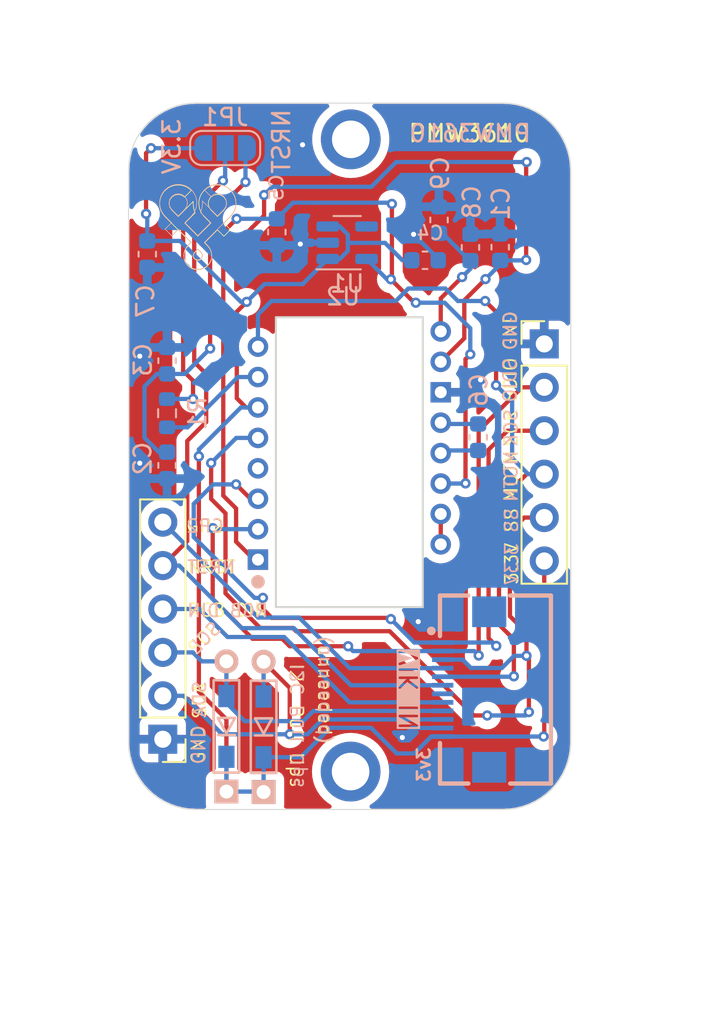
<source format=kicad_pcb>
(kicad_pcb (version 20221018) (generator pcbnew)
  (layers (0 "F.Cu" signal) (31 "B.Cu" signal) (34 "B.Paste" user) (35 "F.Paste" user) (36 "B.SilkS" user "B.Silkscreen") (37 "F.SilkS" user "F.Silkscreen") (38 "B.Mask" user) (39 "F.Mask" user) (44 "Edge.Cuts" user))
  (net 0 "")
  (net 1 "GND")
  (net 2 "Net-(U2-+VCSEL)")
  (net 3 "VDD_1V9")
  (net 4 "VDD_3.3V")
  (net 5 "Net-(U2-CN)")
  (net 6 "Net-(U2-CP)")
  (net 7 "Net-(U2-VCP)")
  (net 8 "Net-(J2-Pin_6)")
  (net 9 "SDIO")
  (net 10 "SCLK")
  (net 11 "MOTION")
  (net 12 "NCS")
  (net 14 "NRESET")
  (net 15 "Net-(JP1-C)")
  (net 16 "Net-(U2-NRESET)")
  (net 19 "Net-(U2--VCSEL)")
  (net 20 "SDA")
  (net 21 "SCL")
  (net 22 "RGB_DO")
  (footprint "Connector_PinHeader_2.54mm:PinHeader_1x06_P2.54mm_Vertical" (layer "F.Cu") (at 145.868 115.36 180)
    (fp_text reference "J2" hide)
    (fp_text value "Conn_01x06_Female")
    (pad "1" thru_hole rect (at 0 0 180) (size 1.7 1.7) (drill 1) (layers "*.Cu" "*.Mask") (net 1 "GND"))
    (pad "2" thru_hole oval (at 0 2.54 180) (size 1.7 1.7) (drill 1) (layers "*.Cu" "*.Mask") (net 20 "SDA"))
    (pad "3" thru_hole oval (at 0 5.08 180) (size 1.7 1.7) (drill 1) (layers "*.Cu" "*.Mask") (net 21 "SCL"))
    (pad "4" thru_hole oval (at 0 7.62 180) (size 1.7 1.7) (drill 1) (layers "*.Cu" "*.Mask") (net 22 "RGB_DO"))
    (pad "5" thru_hole oval (at 0 10.16 180) (size 1.7 1.7) (drill 1) (layers "*.Cu" "*.Mask") (net 14 "NRESET"))
    (pad "6" thru_hole oval (at 0 12.7 180) (size 1.7 1.7) (drill 1) (layers "*.Cu" "*.Mask") (net 8 "Net-(J2-Pin_6)"))
  )
  (footprint "MountingHole:MountingHole_2.2mm_M2_ISO7380_Pad" (layer "F.Cu") (at 156.861 117.251999 90)
    (fp_text reference "REF**" hide)
    (fp_text value "MountingHole_2.2mm_M2_ISO7380_Pad")
    (pad "1" thru_hole circle (at 0 0 90) (size 3.5 3.5) (drill 2.2) (layers "*.Cu" "*.Mask"))
  )
  (footprint "local:fingerpunch-logo-small" (layer "F.Cu") (at 147.917194 85.212271)
    (fp_text reference "REF**")
    (fp_text value "fingerpunch-logo-small")
  )
  (footprint "MountingHole:MountingHole_2.2mm_M2_ISO7380_Pad" (layer "F.Cu") (at 156.871 80.261999)
    (fp_text reference "REF**" hide)
    (fp_text value "MountingHole_2.2mm_M2_ISO7380_Pad")
    (pad "1" thru_hole circle (at 0 0) (size 3.5 3.5) (drill 2.2) (layers "*.Cu" "*.Mask"))
  )
  (footprint "Connector_PinHeader_2.54mm:PinHeader_1x06_P2.54mm_Vertical" (layer "F.Cu") (at 168.198 92.23)
    (fp_text reference "J3" hide)
    (fp_text value "Conn_01x06_Female")
    (pad "1" thru_hole rect (at 0 0) (size 1.7 1.7) (drill 1) (layers "*.Cu" "*.Mask") (net 1 "GND"))
    (pad "2" thru_hole oval (at 0 2.54) (size 1.7 1.7) (drill 1) (layers "*.Cu" "*.Mask") (net 9 "SDIO"))
    (pad "3" thru_hole oval (at 0 5.08) (size 1.7 1.7) (drill 1) (layers "*.Cu" "*.Mask") (net 10 "SCLK"))
    (pad "4" thru_hole oval (at 0 7.62) (size 1.7 1.7) (drill 1) (layers "*.Cu" "*.Mask") (net 11 "MOTION"))
    (pad "5" thru_hole oval (at 0 10.16) (size 1.7 1.7) (drill 1) (layers "*.Cu" "*.Mask") (net 12 "NCS"))
    (pad "6" thru_hole oval (at 0 12.7) (size 1.7 1.7) (drill 1) (layers "*.Cu" "*.Mask") (net 4 "VDD_3.3V"))
  )
  (footprint "Package_TO_SOT_SMD:SOT-23-5" (layer "B.Cu") (at 156.6605 86.31)
    (fp_text reference "U1" (at 0 2.4) (layer "B.SilkS") (effects (justify mirror)))
    (fp_text value "TCR2EF19")
    (pad "1" smd roundrect (at -1.1375 0.95) (size 1.325 0.6) (layers "B.Cu" "B.Paste" "B.Mask") (net 4 "VDD_3.3V"))
    (pad "2" smd roundrect (at -1.1375 0) (size 1.325 0.6) (layers "B.Cu" "B.Paste" "B.Mask") (net 1 "GND"))
    (pad "3" smd roundrect (at -1.1375 -0.95) (size 1.325 0.6) (layers "B.Cu" "B.Paste" "B.Mask") (net 4 "VDD_3.3V"))
    (pad "4" smd roundrect (at 1.1375 -0.95) (size 1.325 0.6) (layers "B.Cu" "B.Paste" "B.Mask"))
    (pad "5" smd roundrect (at 1.1375 0.95) (size 1.325 0.6) (layers "B.Cu" "B.Paste" "B.Mask") (net 3 "VDD_1V9"))
  )
  (footprint "Capacitor_SMD:C_0603_1608Metric" (layer "B.Cu") (at 146.117194 93.212271 90)
    (fp_text reference "C3" (at 0.052271 -1.409194 90) (layer "B.SilkS") (effects (justify mirror)))
    (fp_text value "4.7uF")
    (pad "1" smd roundrect (at -0.775 0 90) (size 0.9 0.95) (layers "B.Cu" "B.Paste" "B.Mask") (net 3 "VDD_1V9"))
    (pad "2" smd roundrect (at 0.775 0 90) (size 0.9 0.95) (layers "B.Cu" "B.Paste" "B.Mask") (net 1 "GND"))
  )
  (footprint "Capacitor_SMD:C_0603_1608Metric" (layer "B.Cu") (at 146.117194 99.337271 -90)
    (fp_text reference "C2" (at -0.397271 1.429194 90) (layer "B.SilkS") (effects (justify mirror)))
    (fp_text value "4.7uF")
    (pad "1" smd roundrect (at -0.775 0 270) (size 0.9 0.95) (layers "B.Cu" "B.Paste" "B.Mask") (net 3 "VDD_1V9"))
    (pad "2" smd roundrect (at 0.775 0 270) (size 0.9 0.95) (layers "B.Cu" "B.Paste" "B.Mask") (net 1 "GND"))
  )
  (footprint "Capacitor_SMD:C_0603_1608Metric" (layer "B.Cu") (at 144.958 86.98 -90)
    (fp_text reference "C7" (at 2.748 0.102 90) (layer "B.SilkS") (effects (justify mirror)))
    (fp_text value "4.7uF")
    (pad "1" smd roundrect (at -0.775 0 270) (size 0.9 0.95) (layers "B.Cu" "B.Paste" "B.Mask") (net 4 "VDD_3.3V"))
    (pad "2" smd roundrect (at 0.775 0 270) (size 0.9 0.95) (layers "B.Cu" "B.Paste" "B.Mask") (net 1 "GND"))
  )
  (footprint "local:fingerpunch-logo-small" (layer "B.Cu") (at 147.917194 85.182271 180)
    (fp_text reference "REF**")
    (fp_text value "fingerpunch-logo-small")
  )
  (footprint "local:PMW3610" (layer "B.Cu") (at 151.438 104.85)
    (fp_text reference "U2" (at 4.984 -15.39) (layer "B.SilkS") (effects (justify mirror)))
    (fp_text value "PMW3610")
    (fp_line (start 1.05 -14.18) (end 9.65 -14.18) (stroke (width 0.12)) (layer "Edge.Cuts"))
    (fp_line (start 1.05 2.78) (end 1.05 -14.18) (stroke (width 0.12)) (layer "Edge.Cuts"))
    (fp_line (start 1.05 2.78) (end 9.65 2.78) (stroke (width 0.12)) (layer "Edge.Cuts"))
    (fp_line (start 9.65 2.78) (end 9.65 -14.18) (stroke (width 0.12)) (layer "Edge.Cuts"))
    (pad "1" thru_hole rect (at 0 0) (size 1.2 1.2) (drill 0.7) (layers "*.Cu" "*.Mask") (net 2 "Net-(U2-+VCSEL)"))
    (pad "2" thru_hole circle (at 0 -1.78) (size 1.2 1.2) (drill 0.7) (layers "*.Cu" "*.Mask") (net 9 "SDIO"))
    (pad "3" thru_hole circle (at 0 -3.56) (size 1.2 1.2) (drill 0.7) (layers "*.Cu" "*.Mask") (net 10 "SCLK"))
    (pad "4" thru_hole circle (at 0 -5.34) (size 1.2 1.2) (drill 0.7) (layers "*.Cu" "*.Mask"))
    (pad "5" thru_hole circle (at 0 -7.12) (size 1.2 1.2) (drill 0.7) (layers "*.Cu" "*.Mask") (net 12 "NCS"))
    (pad "6" thru_hole circle (at 0 -8.9) (size 1.2 1.2) (drill 0.7) (layers "*.Cu" "*.Mask") (net 4 "VDD_3.3V"))
    (pad "7" thru_hole circle (at 0 -10.68) (size 1.2 1.2) (drill 0.7) (layers "*.Cu" "*.Mask") (net 16 "Net-(U2-NRESET)"))
    (pad "8" thru_hole circle (at 0 -12.46) (size 1.2 1.2) (drill 0.7) (layers "*.Cu" "*.Mask") (net 11 "MOTION"))
    (pad "9" thru_hole circle (at 10.7 -13.35) (size 1.2 1.2) (drill 0.7) (layers "*.Cu" "*.Mask") (net 7 "Net-(U2-VCP)"))
    (pad "10" thru_hole circle (at 10.7 -11.57) (size 1.2 1.2) (drill 0.7) (layers "*.Cu" "*.Mask") (net 2 "Net-(U2-+VCSEL)"))
    (pad "11" thru_hole rect (at 10.7 -9.79) (size 1.2 1.2) (drill 0.7) (layers "*.Cu" "*.Mask") (net 1 "GND"))
    (pad "12" thru_hole circle (at 10.7 -8.01) (size 1.2 1.2) (drill 0.7) (layers "*.Cu" "*.Mask") (net 6 "Net-(U2-CP)"))
    (pad "13" thru_hole circle (at 10.7 -6.23) (size 1.2 1.2) (drill 0.7) (layers "*.Cu" "*.Mask") (net 5 "Net-(U2-CN)"))
    (pad "14" thru_hole circle (at 10.7 -4.45) (size 1.2 1.2) (drill 0.7) (layers "*.Cu" "*.Mask") (net 3 "VDD_1V9"))
    (pad "15" thru_hole circle (at 10.7 -2.67) (size 1.2 1.2) (drill 0.7) (layers "*.Cu" "*.Mask") (net 19 "Net-(U2--VCSEL)"))
    (pad "16" thru_hole circle (at 10.7 -0.89) (size 1.2 1.2) (drill 0.7) (layers "*.Cu" "*.Mask") (net 19 "Net-(U2--VCSEL)"))
  )
  (footprint "Capacitor_SMD:C_0603_1608Metric" (layer "B.Cu") (at 165.618 86.57 90)
    (fp_text reference "C1" (at 2.54 0.04 90) (layer "B.SilkS") (effects (justify mirror)))
    (fp_text value "4.7uF")
    (pad "1" smd roundrect (at -0.775 0 90) (size 0.9 0.95) (layers "B.Cu" "B.Paste" "B.Mask") (net 2 "Net-(U2-+VCSEL)"))
    (pad "2" smd roundrect (at 0.775 0 90) (size 0.9 0.95) (layers "B.Cu" "B.Paste" "B.Mask") (net 1 "GND"))
  )
  (footprint "Capacitor_SMD:C_0603_1608Metric" (layer "B.Cu") (at 163.878 86.585 90)
    (fp_text reference "C8" (at 2.655 0.08 90) (layer "B.SilkS") (effects (justify mirror)))
    (fp_text value "4.7uF")
    (pad "1" smd roundrect (at -0.775 0 90) (size 0.9 0.95) (layers "B.Cu" "B.Paste" "B.Mask") (net 7 "Net-(U2-VCP)"))
    (pad "2" smd roundrect (at 0.775 0 90) (size 0.9 0.95) (layers "B.Cu" "B.Paste" "B.Mask") (net 1 "GND"))
  )
  (footprint "local:D3_TH_SMD" (layer "B.Cu") (at 149.592194 114.612271 90)
    (fp_text reference "R2" hide)
    (fp_text value "4.7k" hide)
    (pad "1" thru_hole rect (at -3.81 0 90) (size 1.397 1.397) (drill 0.8128) (layers "*.Cu" "*.Mask" "B.SilkS") (net 4 "VDD_3.3V"))
    (pad "1" smd rect (at -1.775 0 90) (size 1.3 0.95) (layers "B.Cu" "B.Paste" "B.Mask") (net 4 "VDD_3.3V"))
    (pad "2" smd rect (at 1.775 0 90) (size 1.3 0.95) (layers "B.Cu" "B.Paste" "B.Mask") (net 21 "SCL"))
    (pad "2" thru_hole circle (at 3.81 0 90) (size 1.397 1.397) (drill 0.8128) (layers "*.Cu" "*.Mask" "B.SilkS") (net 21 "SCL"))
  )
  (footprint "vik:vik-module-connector-horizontal" (layer "B.Cu") (at 164.292194 112.452271 -90)
    (fp_text reference "J4" hide)
    (fp_text value "~")
    (fp_text user "3v3" (at 3.3 2.7 90 unlocked) (layer "B.SilkS") (effects (font (size 0.75 0.75)) (justify left bottom mirror)))
    (fp_text user "VIK IN" (at -2.36 3.42 90 unlocked) (layer "B.SilkS" knockout) (effects (justify left bottom mirror)))
    (pad "1" smd rect (at -2.75 2.038 270) (size 0.28 1.25) (layers "B.Cu" "B.Paste" "B.Mask") (net 10 "SCLK"))
    (pad "2" smd rect (at -2.25 2.038 270) (size 0.28 1.25) (layers "B.Cu" "B.Paste" "B.Mask") (net 9 "SDIO"))
    (pad "3" smd rect (at -1.75 2.038 270) (size 0.28 1.25) (layers "B.Cu" "B.Paste" "B.Mask") (net 12 "NCS"))
    (pad "4" smd rect (at -1.25 2.038 270) (size 0.28 1.25) (layers "B.Cu" "B.Paste" "B.Mask") (net 8 "Net-(J2-Pin_6)"))
    (pad "5" smd rect (at -0.75 2.038 270) (size 0.28 1.25) (layers "B.Cu" "B.Paste" "B.Mask") (net 11 "MOTION"))
    (pad "6" smd rect (at -0.25 2.038 270) (size 0.28 1.25) (layers "B.Cu" "B.Paste" "B.Mask") (net 14 "NRESET"))
    (pad "7" smd rect (at 0.25 2.038 270) (size 0.28 1.25) (layers "B.Cu" "B.Paste" "B.Mask"))
    (pad "8" smd rect (at 0.75 2.038 270) (size 0.28 1.25) (layers "B.Cu" "B.Paste" "B.Mask") (net 22 "RGB_DO"))
    (pad "9" smd rect (at 1.25 2.038 270) (size 0.28 1.25) (layers "B.Cu" "B.Paste" "B.Mask") (net 21 "SCL"))
    (pad "10" smd rect (at 1.75 2.038 270) (size 0.28 1.25) (layers "B.Cu" "B.Paste" "B.Mask") (net 20 "SDA"))
    (pad "11" smd rect (at 2.25 2.038 270) (size 0.28 1.25) (layers "B.Cu" "B.Paste" "B.Mask") (net 1 "GND"))
    (pad "12" smd rect (at 2.75 2.038 270) (size 0.28 1.25) (layers "B.Cu" "B.Paste" "B.Mask") (net 4 "VDD_3.3V"))
    (pad "13" smd rect (at 4.55 -0.686 270) (size 1.8 2) (layers "B.Cu" "B.Paste" "B.Mask"))
    (pad "14" smd rect (at -4.55 -0.686 270) (size 1.8 2) (layers "B.Cu" "B.Paste" "B.Mask"))
  )
  (footprint "Capacitor_SMD:C_0603_1608Metric" (layer "B.Cu") (at 161.217194 87.337271 180)
    (fp_text reference "C4" (at -0.303 1.596) (layer "B.SilkS") (effects (font (size 0.8 0.8) (thickness 0.13)) (justify mirror)))
    (fp_text value "0.1u" hide)
    (pad "1" smd roundrect (at -0.775 0 180) (size 0.9 0.95) (layers "B.Cu" "B.Paste" "B.Mask") (net 1 "GND"))
    (pad "2" smd roundrect (at 0.775 0 180) (size 0.9 0.95) (layers "B.Cu" "B.Paste" "B.Mask") (net 4 "VDD_3.3V"))
  )
  (footprint "Capacitor_SMD:C_0603_1608Metric" (layer "B.Cu") (at 164.328 97.69 90)
    (fp_text reference "C6" (at 2.76 0.03 90) (layer "B.SilkS") (effects (justify mirror)))
    (fp_text value "4.7uF")
    (pad "1" smd roundrect (at -0.775 0 90) (size 0.9 0.95) (layers "B.Cu" "B.Paste" "B.Mask") (net 5 "Net-(U2-CN)"))
    (pad "2" smd roundrect (at 0.775 0 90) (size 0.9 0.95) (layers "B.Cu" "B.Paste" "B.Mask") (net 6 "Net-(U2-CP)"))
  )
  (footprint "Capacitor_SMD:C_0603_1608Metric" (layer "B.Cu") (at 162.038 84.98 90)
    (fp_text reference "C9" (at 2.74 0.07 90) (layer "B.SilkS") (effects (justify mirror)))
    (fp_text value "4.7uF")
    (pad "1" smd roundrect (at -0.775 0 90) (size 0.9 0.95) (layers "B.Cu" "B.Paste" "B.Mask") (net 7 "Net-(U2-VCP)"))
    (pad "2" smd roundrect (at 0.775 0 90) (size 0.9 0.95) (layers "B.Cu" "B.Paste" "B.Mask") (net 1 "GND"))
  )
  (footprint "Jumper:SolderJumper-3_P1.3mm_Open_RoundedPad1.0x1.5mm_NumberLabels" (layer "B.Cu") (at 149.518 80.77 180)
    (fp_text reference "JP1" (at 0 1.8) (layer "B.SilkS") (effects (justify mirror)))
    (fp_text value "SolderJumper_3_Open")
    (fp_text user "3.3V" (at 3.13 0.09 90) (layer "B.SilkS") (effects (justify mirror)))
    (fp_text user "NRST" (at -3.29 0.39 90) (layer "B.SilkS") (effects (justify mirror)))
    (pad "1" smd custom (at -1.3 0 180) (size 1 0.5) (layers "B.Cu" "B.Mask") (net 14 "NRESET") (options (clearance outline) (anchor rect)) (primitives (gr_circle (center 0 -0.25) (end 0.5 -0.25) (width 0) (fill yes)) (gr_circle (center 0 0.25) (end 0.5 0.25) (width 0) (fill yes)) (gr_poly (pts (xy 0.55 -0.75) (xy 0 -0.75) (xy 0 0.75) (xy 0.55 0.75)) (width 0) (fill yes))))
    (pad "2" smd rect (at 0 0 180) (size 1 1.5) (layers "B.Cu" "B.Mask") (net 15 "Net-(JP1-C)"))
    (pad "3" smd custom (at 1.3 0 180) (size 1 0.5) (layers "B.Cu" "B.Mask") (net 4 "VDD_3.3V") (options (clearance outline) (anchor rect)) (primitives (gr_circle (center 0 -0.25) (end 0.5 -0.25) (width 0) (fill yes)) (gr_circle (center 0 0.25) (end 0.5 0.25) (width 0) (fill yes)) (gr_poly (pts (xy 0 -0.75) (xy -0.55 -0.75) (xy -0.55 0.75) (xy 0 0.75)) (width 0) (fill yes))))
  )
  (footprint "Resistor_SMD:R_0603_1608Metric" (layer "B.Cu") (at 146.117194 96.287271 90)
    (fp_text reference "R1" (at 0 1.78 90) (layer "B.SilkS") (effects (justify mirror)))
    (fp_text value "2M" hide)
    (pad "1" smd roundrect (at -0.825 0 90) (size 0.8 0.95) (layers "B.Cu" "B.Paste" "B.Mask") (net 16 "Net-(U2-NRESET)"))
    (pad "2" smd roundrect (at 0.825 0 90) (size 0.8 0.95) (layers "B.Cu" "B.Paste" "B.Mask") (net 15 "Net-(JP1-C)"))
  )
  (footprint "Capacitor_SMD:C_0603_1608Metric" (layer "B.Cu") (at 152.542194 85.687271 -90)
    (fp_text reference "C5" (at -2.6 0.02 90) (layer "B.SilkS") (effects (font (size 0.8 0.8) (thickness 0.13)) (justify mirror)))
    (fp_text value "1u" hide)
    (pad "1" smd roundrect (at -0.775 0 270) (size 0.9 0.95) (layers "B.Cu" "B.Paste" "B.Mask") (net 3 "VDD_1V9"))
    (pad "2" smd roundrect (at 0.775 0 270) (size 0.9 0.95) (layers "B.Cu" "B.Paste" "B.Mask") (net 1 "GND"))
  )
  (footprint "local:D3_TH_SMD" (layer "B.Cu") (at 151.767194 114.637271 90)
    (fp_text reference "R3" hide)
    (fp_text value "4.7k" hide)
    (pad "1" thru_hole rect (at -3.81 0 90) (size 1.397 1.397) (drill 0.8128) (layers "*.Cu" "*.Mask" "B.SilkS") (net 4 "VDD_3.3V"))
    (pad "1" smd rect (at -1.775 0 90) (size 1.3 0.95) (layers "B.Cu" "B.Paste" "B.Mask") (net 4 "VDD_3.3V"))
    (pad "2" smd rect (at 1.775 0 90) (size 1.3 0.95) (layers "B.Cu" "B.Paste" "B.Mask") (net 20 "SDA"))
    (pad "2" thru_hole circle (at 3.81 0 90) (size 1.397 1.397) (drill 0.8128) (layers "*.Cu" "*.Mask" "B.SilkS") (net 20 "SDA"))
  )
  (gr_arc (start 165.812194 78.142271) (mid 168.598183 79.296282) (end 169.752194 82.082271) (stroke (width 0.05)) (layer "Edge.Cuts"))
  (gr_line (start 143.862194 82.082271) (end 143.862194 115.532271) (stroke (width 0.05)) (layer "Edge.Cuts"))
  (gr_arc (start 143.862194 82.082271) (mid 145.016194 79.296271) (end 147.802194 78.142271) (stroke (width 0.05)) (layer "Edge.Cuts"))
  (gr_arc (start 147.802194 119.472271) (mid 145.016182 118.318283) (end 143.862194 115.532271) (stroke (width 0.05)) (layer "Edge.Cuts"))
  (gr_line (start 169.752194 115.532271) (end 169.752194 82.082271) (stroke (width 0.05)) (layer "Edge.Cuts"))
  (gr_line (start 165.812194 78.142271) (end 147.802194 78.142271) (stroke (width 0.05)) (layer "Edge.Cuts"))
  (gr_line (start 147.802194 119.472271) (end 165.812194 119.472271) (stroke (width 0.05)) (layer "Edge.Cuts"))
  (gr_arc (start 169.752194 115.532271) (mid 168.598208 118.318285) (end 165.812194 119.472271) (stroke (width 0.05)) (layer "Edge.Cuts"))
  (gr_text "SCK" (at 166.252194 97.154271 90) (layer "B.SilkS") (effects (font (size 0.75 0.75) (thickness 0.1)) (justify mirror)))
  (gr_text "RGB DIN" (at 149.667194 107.837271) (layer "B.SilkS") (effects (font (size 0.75 0.75) (thickness 0.1)) (justify mirror)))
  (gr_text "SS" (at 166.282194 102.564271 90) (layer "B.SilkS") (effects (font (size 0.75 0.75) (thickness 0.1)) (justify mirror)))
  (gr_text "SDIO" (at 166.187194 94.347271 90) (layer "B.SilkS") (effects (font (size 0.75 0.75) (thickness 0.1)) (justify mirror)))
  (gr_text "SCL" (at 148.342194 109.412271 45) (layer "B.SilkS") (effects (font (size 0.75 0.75) (thickness 0.1)) (justify mirror)))
  (gr_text "GP2" (at 148.342194 102.887271) (layer "B.SilkS") (effects (font (size 0.75 0.75) (thickness 0.1)) (justify mirror)))
  (gr_text "NRST" (at 148.708 105.29) (layer "B.SilkS") (effects (font (size 0.75 0.75) (thickness 0.1)) (justify mirror)))
  (gr_text "SDA" (at 148.017194 113.012271 90) (layer "B.SilkS") (effects (font (size 0.75 0.75) (thickness 0.1)) (justify mirror)))
  (gr_text "MOTN" (at 166.252194 99.982271 90) (layer "B.SilkS") (effects (font (size 0.75 0.75) (thickness 0.1)) (justify mirror)))
  (gr_text "GND" (at 166.222194 91.442271 90) (layer "B.SilkS") (effects (font (size 0.75 0.75) (thickness 0.1)) (justify mirror)))
  (gr_text "3.3V" (at 166.292194 105.109271 90) (layer "B.SilkS") (effects (font (size 0.75 0.75) (thickness 0.1)) (justify mirror)))
  (gr_text "I2C Pull Ups" (at 153.742194 114.587271 90) (layer "B.SilkS") (effects (font (size 0.75 0.75) (thickness 0.1)) (justify mirror)))
  (gr_text "PMW3610" (at 167.508 80.5) (layer "B.SilkS") (effects (font (size 1 1)) (justify left bottom mirror)))
  (gr_text "(unneeded)" (at 155.242194 112.462271 -270) (layer "B.SilkS") (effects (font (size 0.75 0.75) (thickness 0.1)) (justify mirror)))
  (gr_text "GND" (at 147.917194 115.687271 -90) (layer "B.SilkS") (effects (font (size 0.75 0.75) (thickness 0.1)) (justify mirror)))
  (gr_text "RGB DIN" (at 149.642194 107.812271) (layer "F.SilkS") (effects (font (size 0.75 0.75) (thickness 0.1))))
  (gr_text "NRST" (at 148.738 105.29) (layer "F.SilkS") (effects (font (size 0.75 0.75) (thickness 0.1))))
  (gr_text "GP2" (at 148.342194 102.887271) (layer "F.SilkS") (effects (font (size 0.75 0.75) (thickness 0.1))))
  (gr_text "GND" (at 166.202194 91.462271 90) (layer "F.SilkS") (effects (font (size 0.75 0.75) (thickness 0.1))))
  (gr_text "SCK" (at 166.252194 97.132271 90) (layer "F.SilkS") (effects (font (size 0.75 0.75) (thickness 0.1))))
  (gr_text "SS" (at 166.282194 102.542271 90) (layer "F.SilkS") (effects (font (size 0.75 0.75) (thickness 0.1))))
  (gr_text "I2C Pull Ups" (at 153.692194 114.562271 -90) (layer "F.SilkS") (effects (font (size 0.75 0.75) (thickness 0.1))))
  (gr_text "(unneeded)" (at 155.342194 112.487271 270) (layer "F.SilkS") (effects (font (size 0.75 0.75) (thickness 0.1))))
  (gr_text "PMW3610" (at 160.168 80.5) (layer "F.SilkS") (effects (font (size 1 1)) (justify left bottom)))
  (gr_text "3.3V" (at 166.292194 105.087271 90) (layer "F.SilkS") (effects (font (size 0.75 0.75) (thickness 0.1))))
  (gr_text "SCL" (at 148.267194 109.487271 45) (layer "F.SilkS") (effects (font (size 0.75 0.75) (thickness 0.1))))
  (gr_text "SDIO" (at 166.217194 94.337271 90) (layer "F.SilkS") (effects (font (size 0.75 0.75) (thickness 0.1))))
  (gr_text "MOTN" (at 166.252194 99.960271 90) (layer "F.SilkS") (effects (font (size 0.75 0.75) (thickness 0.1))))
  (gr_text "GND" (at 147.942194 115.687271 90) (layer "F.SilkS") (effects (font (size 0.75 0.75) (thickness 0.1))))
  (gr_text "SDA" (at 148.017194 113.118337 90) (layer "F.SilkS") (effects (font (size 0.75 0.75) (thickness 0.1))))
  (via (at 159.888 115.26) (size 0.6) (drill 0.3) (layers "F.Cu" "B.Cu") (net 1))
  (via (at 154.048 80.58) (size 0.6) (drill 0.3) (layers "F.Cu" "B.Cu") (net 1))
  (via (at 160.548 85.82) (size 0.6) (drill 0.3) (layers "F.Cu" "B.Cu") (net 1))
  (via (at 164.468 94.33) (size 0.6) (drill 0.3) (layers "F.Cu" "B.Cu") (net 1))
  (via (at 160.818 108.48) (size 0.6) (drill 0.3) (layers "F.Cu" "B.Cu") (net 1))
  (via (at 144.518 99.21) (size 0.6) (drill 0.3) (layers "F.Cu" "B.Cu") (net 1))
  (via (at 144.518 92.95) (size 0.6) (drill 0.3) (layers "F.Cu" "B.Cu") (net 1))
  (via (at 153.918 86.39) (size 0.6) (drill 0.3) (layers "F.Cu" "B.Cu") (net 1))
  (segment (start 163.738 95.06) (end 164.468 94.33) (width 0.25) (layer "B.Cu") (net 1))
  (segment (start 161.992194 87.337271) (end 161.992194 87.264194) (width 0.25) (layer "B.Cu") (net 1))
  (segment (start 162.138 95.06) (end 163.738 95.06) (width 0.25) (layer "B.Cu") (net 1))
  (segment (start 160.445729 114.702271) (end 159.888 115.26) (width 0.25) (layer "B.Cu") (net 1))
  (segment (start 162.254194 114.702271) (end 160.445729 114.702271) (width 0.25) (layer "B.Cu") (net 1))
  (segment (start 161.992194 87.264194) (end 160.548 85.82) (width 0.25) (layer "B.Cu") (net 1))
  (segment (start 163.518 89.68) (end 163.518 91.9) (width 0.25) (layer "F.Cu") (net 2))
  (segment (start 149.408 87.11) (end 151.798 84.72) (width 0.25) (layer "F.Cu") (net 2))
  (segment (start 150.158 101.86) (end 149.408 101.11) (width 0.25) (layer "F.Cu") (net 2))
  (segment (start 151.438 104.85) (end 151.208 104.85) (width 0.25) (layer "F.Cu") (net 2))
  (segment (start 167.138 81.62) (end 167.168 81.59) (width 0.25) (layer "F.Cu") (net 2))
  (segment (start 151.208 104.85) (end 150.158 103.8) (width 0.25) (layer "F.Cu") (net 2))
  (segment (start 167.138 87.32) (end 167.138 81.62) (width 0.25) (layer "F.Cu") (net 2))
  (segment (start 164.758 88.44) (end 163.518 89.68) (width 0.25) (layer "F.Cu") (net 2))
  (segment (start 150.158 103.8) (end 150.158 101.86) (width 0.25) (layer "F.Cu") (net 2))
  (segment (start 163.518 91.9) (end 162.138 93.28) (width 0.25) (layer "F.Cu") (net 2))
  (segment (start 151.798 84.72) (end 151.798 83.52) (width 0.25) (layer "F.Cu") (net 2))
  (segment (start 149.408 101.11) (end 149.408 87.11) (width 0.25) (layer "F.Cu") (net 2))
  (via (at 167.138 87.32) (size 0.6) (drill 0.3) (layers "F.Cu" "B.Cu") (net 2))
  (via (at 164.758 88.44) (size 0.6) (drill 0.3) (layers "F.Cu" "B.Cu") (net 2))
  (via (at 151.798 83.52) (size 0.6) (drill 0.3) (layers "F.Cu" "B.Cu") (net 2))
  (via (at 167.168 81.59) (size 0.6) (drill 0.3) (layers "F.Cu" "B.Cu") (net 2))
  (segment (start 165.618 87.58) (end 164.758 88.44) (width 0.25) (layer "B.Cu") (net 2))
  (segment (start 158.908 82.21) (end 158.078 83.04) (width 0.25) (layer "B.Cu") (net 2))
  (segment (start 165.618 87.345) (end 167.113 87.345) (width 0.25) (layer "B.Cu") (net 2))
  (segment (start 167.113 87.345) (end 167.138 87.32) (width 0.25) (layer "B.Cu") (net 2))
  (segment (start 167.168 81.59) (end 159.528 81.59) (width 0.25) (layer "B.Cu") (net 2))
  (segment (start 158.078 83.04) (end 155.598 83.04) (width 0.25) (layer "B.Cu") (net 2))
  (segment (start 152.278 83.04) (end 151.798 83.52) (width 0.25) (layer "B.Cu") (net 2))
  (segment (start 159.528 81.59) (end 158.908 82.21) (width 0.25) (layer "B.Cu") (net 2))
  (segment (start 155.598 83.04) (end 152.278 83.04) (width 0.25) (layer "B.Cu") (net 2))
  (segment (start 165.618 87.345) (end 165.618 87.58) (width 0.25) (layer "B.Cu") (net 2))
  (segment (start 160.678 89.82) (end 160.588 89.82) (width 0.25) (layer "F.Cu") (net 3))
  (segment (start 159.278 88.39) (end 159.218 88.45) (width 0.25) (layer "F.Cu") (net 3))
  (segment (start 163.588 93.12) (end 163.868 92.84) (width 0.25) (layer "F.Cu") (net 3))
  (segment (start 163.588 100.39) (end 163.588 93.12) (width 0.25) (layer "F.Cu") (net 3))
  (segment (start 160.588 89.82) (end 159.218 88.45) (width 0.25) (layer "F.Cu") (net 3))
  (segment (start 148.638 86.46) (end 150.188 84.91) (width 0.25) (layer "F.Cu") (net 3))
  (segment (start 148.638 92.5) (end 148.638 86.46) (width 0.25) (layer "F.Cu") (net 3))
  (segment (start 159.278 84.04) (end 159.278 88.39) (width 0.25) (layer "F.Cu") (net 3))
  (via (at 160.678 89.82) (size 0.6) (drill 0.3) (layers "F.Cu" "B.Cu") (net 3))
  (via (at 148.638 92.5) (size 0.6) (drill 0.3) (layers "F.Cu" "B.Cu") (net 3))
  (via (at 163.588 100.39) (size 0.6) (drill 0.3) (layers "F.Cu" "B.Cu") (net 3))
  (via (at 159.218 88.45) (size 0.6) (drill 0.3) (layers "F.Cu" "B.Cu") (net 3))
  (via (at 159.278 84.04) (size 0.6) (drill 0.3) (layers "F.Cu" "B.Cu") (net 3))
  (via (at 163.868 92.84) (size 0.6) (drill 0.3) (layers "F.Cu" "B.Cu") (net 3))
  (via (at 150.188 84.91) (size 0.6) (drill 0.3) (layers "F.Cu" "B.Cu") (net 3))
  (segment (start 152.539923 84.91) (end 152.542194 84.912271) (width 0.25) (layer "B.Cu") (net 3))
  (segment (start 154.848 83.97) (end 159.208 83.97) (width 0.25) (layer "B.Cu") (net 3))
  (segment (start 163.578 100.4) (end 163.588 100.39) (width 0.25) (layer "B.Cu") (net 3))
  (segment (start 145.530729 93.987271) (end 146.117194 93.987271) (width 0.25) (layer "B.Cu") (net 3))
  (segment (start 146.117194 98.562271) (end 145.640271 98.562271) (width 0.25) (layer "B.Cu") (net 3))
  (segment (start 162.138 100.4) (end 163.578 100.4) (width 0.25) (layer "B.Cu") (net 3))
  (segment (start 145.640271 98.562271) (end 144.798 97.72) (width 0.25) (layer "B.Cu") (net 3))
  (segment (start 144.798 94.72) (end 145.530729 93.987271) (width 0.25) (layer "B.Cu") (net 3))
  (segment (start 163.868 91.32) (end 163.298 90.75) (width 0.25) (layer "B.Cu") (net 3))
  (segment (start 158.988 88.45) (end 157.798 87.26) (width 0.25) (layer "B.Cu") (net 3))
  (segment (start 162.368 89.82) (end 160.678 89.82) (width 0.25) (layer "B.Cu") (net 3))
  (segment (start 153.484465 83.97) (end 154.848 83.97) (width 0.25) (layer "B.Cu") (net 3))
  (segment (start 163.298 90.75) (end 162.368 89.82) (width 0.25) (layer "B.Cu") (net 3))
  (segment (start 150.188 84.91) (end 152.539923 84.91) (width 0.25) (layer "B.Cu") (net 3))
  (segment (start 159.208 83.97) (end 159.278 84.04) (width 0.25) (layer "B.Cu") (net 3))
  (segment (start 144.798 97.72) (end 144.798 94.72) (width 0.25) (layer "B.Cu") (net 3))
  (segment (start 163.868 92.84) (end 163.868 91.32) (width 0.25) (layer "B.Cu") (net 3))
  (segment (start 152.542194 84.912271) (end 153.484465 83.97) (width 0.25) (layer "B.Cu") (net 3))
  (segment (start 159.218 88.45) (end 158.988 88.45) (width 0.25) (layer "B.Cu") (net 3))
  (segment (start 146.117194 93.987271) (end 147.150729 93.987271) (width 0.25) (layer "B.Cu") (net 3))
  (segment (start 147.150729 93.987271) (end 148.638 92.5) (width 0.25) (layer "B.Cu") (net 3))
  (segment (start 150.738 95.95) (end 150.198 95.41) (width 0.25) (layer "F.Cu") (net 4))
  (segment (start 148.398 113) (end 147.978 112.58) (width 0.25) (layer "F.Cu") (net 4))
  (segment (start 150.198 90.35) (end 150.778 89.77) (width 0.25) (layer "F.Cu") (net 4))
  (segment (start 144.888 81.07) (end 145.178 80.78) (width 0.25) (layer "F.Cu") (net 4))
  (segment (start 149.592194 114.194194) (end 148.398 113) (width 0.25) (layer "F.Cu") (net 4))
  (segment (start 168.198 115.16) (end 168.158 115.2) (width 0.25) (layer "F.Cu") (net 4))
  (segment (start 149.592194 118.422271) (end 149.592194 114.194194) (width 0.25) (layer "F.Cu") (net 4))
  (segment (start 147.978 109.83) (end 147.978 98.81) (width 0.25) (layer "F.Cu") (net 4))
  (segment (start 151.438 95.95) (end 150.738 95.95) (width 0.25) (layer "F.Cu") (net 4))
  (segment (start 144.888 84.62) (end 144.888 81.07) (width 0.25) (layer "F.Cu") (net 4))
  (segment (start 150.198 95.41) (end 150.198 90.35) (width 0.25) (layer "F.Cu") (net 4))
  (segment (start 168.198 104.93) (end 168.198 115.16) (width 0.25) (layer "F.Cu") (net 4))
  (segment (start 147.978 112.58) (end 147.978 109.83) (width 0.25) (layer "F.Cu") (net 4))
  (via (at 147.978 98.81) (size 0.6) (drill 0.3) (layers "F.Cu" "B.Cu") (net 4))
  (via (at 150.778 89.77) (size 0.6) (drill 0.3) (layers "F.Cu" "B.Cu") (net 4))
  (via (at 144.888 84.62) (size 0.6) (drill 0.3) (layers "F.Cu" "B.Cu") (net 4))
  (via (at 168.158 115.2) (size 0.6) (drill 0.3) (layers "F.Cu" "B.Cu") (net 4))
  (via (at 145.178 80.78) (size 0.6) (drill 0.3) (layers "F.Cu" "B.Cu") (net 4))
  (segment (start 155.523 87.26) (end 156.228 87.26) (width 0.25) (layer "B.Cu") (net 4))
  (segment (start 156.228 85.36) (end 155.523 85.36) (width 0.25) (layer "B.Cu") (net 4))
  (segment (start 149.592194 116.387271) (end 149.592194 118.422271) (width 0.25) (layer "B.Cu") (net 4))
  (segment (start 160.442194 87.337271) (end 159.895271 87.337271) (width 0.25) (layer "B.Cu") (net 4))
  (segment (start 159.895271 87.337271) (end 158.878 86.32) (width 0.25) (layer "B.Cu") (net 4))
  (segment (start 156.228 87.26) (end 156.698 86.79) (width 0.25) (layer "B.Cu") (net 4))
  (segment (start 147.978 98.41) (end 150.438 95.95) (width 0.25) (layer "B.Cu") (net 4))
  (segment (start 151.767194 116.412271) (end 151.767194 118.447271) (width 0.25) (layer "B.Cu") (net 4))
  (segment (start 151.742194 118.422271) (end 151.767194 118.447271) (width 0.25) (layer "B.Cu") (net 4))
  (segment (start 150.778 89.77) (end 151.818 88.73) (width 0.25) (layer "B.Cu") (net 4))
  (segment (start 156.698 85.83) (end 156.228 85.36) (width 0.25) (layer "B.Cu") (net 4))
  (segment (start 144.958 84.69) (end 144.888 84.62) (width 0.25) (layer "B.Cu") (net 4))
  (segment (start 146.873 86.205) (end 150.438 89.77) (width 0.25) (layer "B.Cu") (net 4))
  (segment (start 168.155729 115.202271) (end 162.254194 115.202271) (width 0.25) (layer "B.Cu") (net 4))
  (segment (start 159.558 116.19) (end 158.058 114.69) (width 0.25) (layer "B.Cu") (net 4))
  (segment (start 149.592194 118.422271) (end 151.742194 118.422271) (width 0.25) (layer "B.Cu") (net 4))
  (segment (start 156.698 86.79) (end 156.698 86.32) (width 0.25) (layer "B.Cu") (net 4))
  (segment (start 153.945729 116.412271) (end 151.767194 116.412271) (width 0.25) (layer "B.Cu") (net 4))
  (segment (start 158.878 86.32) (end 156.698 86.32) (width 0.25) (layer "B.Cu") (net 4))
  (segment (start 144.958 86.205) (end 146.873 86.205) (width 0.25) (layer "B.Cu") (net 4))
  (segment (start 154.078 88.705) (end 155.523 87.26) (width 0.25) (layer "B.Cu") (net 4))
  (segment (start 155.668 114.69) (end 153.945729 116.412271) (width 0.25) (layer "B.Cu") (net 4))
  (segment (start 151.818 88.73) (end 154.078 88.73) (width 0.25) (layer "B.Cu") (net 4))
  (segment (start 150.438 89.77) (end 150.778 89.77) (width 0.25) (layer "B.Cu") (net 4))
  (segment (start 148.208 80.78) (end 148.218 80.77) (width 0.25) (layer "B.Cu") (net 4))
  (segment (start 158.058 114.69) (end 155.668 114.69) (width 0.25) (layer "B.Cu") (net 4))
  (segment (start 150.438 95.95) (end 151.438 95.95) (width 0.25) (layer "B.Cu") (net 4))
  (segment (start 154.078 88.73) (end 154.078 88.705) (width 0.25) (layer "B.Cu") (net 4))
  (segment (start 145.178 80.78) (end 148.208 80.78) (width 0.25) (layer "B.Cu") (net 4))
  (segment (start 160.588 116.19) (end 159.558 116.19) (width 0.25) (layer "B.Cu") (net 4))
  (segment (start 162.254194 115.202271) (end 161.575729 115.202271) (width 0.25) (layer "B.Cu") (net 4))
  (segment (start 144.958 86.205) (end 144.958 84.69) (width 0.25) (layer "B.Cu") (net 4))
  (segment (start 156.698 86.32) (end 156.698 85.83) (width 0.25) (layer "B.Cu") (net 4))
  (segment (start 168.158 115.2) (end 168.155729 115.202271) (width 0.25) (layer "B.Cu") (net 4))
  (segment (start 161.575729 115.202271) (end 160.588 116.19) (width 0.25) (layer "B.Cu") (net 4))
  (segment (start 147.978 98.81) (end 147.978 98.41) (width 0.25) (layer "B.Cu") (net 4))
  (segment (start 164.328 98.465) (end 162.293 98.465) (width 0.25) (layer "B.Cu") (net 5))
  (segment (start 162.293 98.465) (end 162.138 98.62) (width 0.25) (layer "B.Cu") (net 5))
  (segment (start 162.213 96.915) (end 162.138 96.84) (width 0.25) (layer "B.Cu") (net 6))
  (segment (start 164.328 96.915) (end 162.213 96.915) (width 0.25) (layer "B.Cu") (net 6))
  (segment (start 163.388 88.32) (end 162.138 89.57) (width 0.25) (layer "F.Cu") (net 7))
  (segment (start 162.138 89.57) (end 162.138 91.5) (width 0.25) (layer "F.Cu") (net 7))
  (via (at 163.388 88.32) (size 0.6) (drill 0.3) (layers "F.Cu" "B.Cu") (net 7))
  (segment (start 163.878 87.83) (end 163.388 88.32) (width 0.25) (layer "B.Cu") (net 7))
  (segment (start 163.838 87.36) (end 162.233 85.755) (width 0.25) (layer "B.Cu") (net 7))
  (segment (start 163.878 87.36) (end 163.878 87.83) (width 0.25) (layer "B.Cu") (net 7))
  (segment (start 163.878 87.36) (end 163.838 87.36) (width 0.25) (layer "B.Cu") (net 7))
  (segment (start 162.233 85.755) (end 162.038 85.755) (width 0.25) (layer "B.Cu") (net 7))
  (segment (start 156.810271 111.202271) (end 162.254194 111.202271) (width 0.25) (layer "B.Cu") (net 8))
  (segment (start 153.848 108.24) (end 156.810271 111.202271) (width 0.25) (layer "B.Cu") (net 8))
  (segment (start 151.448 108.24) (end 153.848 108.24) (width 0.25) (layer "B.Cu") (net 8))
  (segment (start 145.868 102.66) (end 151.448 108.24) (width 0.25) (layer "B.Cu") (net 8))
  (segment (start 148.788 103.01) (end 148.788 107.15) (width 0.25) (layer "F.Cu") (net 9))
  (segment (start 148.788 107.15) (end 151.118 109.48) (width 0.25) (layer "F.Cu") (net 9))
  (segment (start 164.358 97.31) (end 166.898 94.77) (width 0.25) (layer "F.Cu") (net 9))
  (segment (start 168.198 94.77) (end 166.898 94.77) (width 0.25) (layer "F.Cu") (net 9))
  (segment (start 152.858 109.48) (end 153.298 109.92) (width 0.25) (layer "F.Cu") (net 9))
  (segment (start 153.298 109.92) (end 156.718 109.92) (width 0.25) (layer "F.Cu") (net 9))
  (segment (start 151.118 109.48) (end 152.858 109.48) (width 0.25) (layer "F.Cu") (net 9))
  (segment (start 164.358 110.46) (end 164.358 97.31) (width 0.25) (layer "F.Cu") (net 9))
  (via (at 164.358 110.46) (size 0.6) (drill 0.3) (layers "F.Cu" "B.Cu") (net 9))
  (via (at 148.788 103.01) (size 0.6) (drill 0.3) (layers "F.Cu" "B.Cu") (net 9))
  (via (at 156.718 109.92) (size 0.6) (drill 0.3) (layers "F.Cu" "B.Cu") (net 9))
  (segment (start 164.100271 110.202271) (end 164.358 110.46) (width 0.25) (layer "B.Cu") (net 9))
  (segment (start 148.788 103.01) (end 148.848 103.07) (width 0.25) (layer "B.Cu") (net 9))
  (segment (start 157.000271 110.202271) (end 156.718 109.92) (width 0.25) (layer "B.Cu") (net 9))
  (segment (start 162.254194 110.202271) (end 157.000271 110.202271) (width 0.25) (layer "B.Cu") (net 9))
  (segment (start 162.254194 110.202271) (end 164.100271 110.202271) (width 0.25) (layer "B.Cu") (net 9))
  (segment (start 148.848 103.07) (end 151.438 103.07) (width 0.25) (layer "B.Cu") (net 9))
  (segment (start 164.938 109.45) (end 165.388 109.9) (width 0.25) (layer "F.Cu") (net 10))
  (segment (start 152.248 108.26) (end 153.668 108.26) (width 0.25) (layer "F.Cu") (net 10))
  (segment (start 151.728 107.09) (end 151.728 107.74) (width 0.25) (layer "F.Cu") (net 10))
  (segment (start 150.998 101.29) (end 150.158 100.45) (width 0.25) (layer "F.Cu") (net 10))
  (segment (start 159.148 108.26) (end 159.218 108.33) (width 0.25) (layer "F.Cu") (net 10))
  (segment (start 165.468 97.89) (end 164.938 98.42) (width 0.25) (layer "F.Cu") (net 10))
  (segment (start 151.988 108) (end 152.248 108.26) (width 0.25) (layer "F.Cu") (net 10))
  (segment (start 164.938 101.06) (end 164.938 109.45) (width 0.25) (layer "F.Cu") (net 10))
  (segment (start 164.938 98.42) (end 164.938 101.06) (width 0.25) (layer "F.Cu") (net 10))
  (segment (start 153.668 108.26) (end 159.148 108.26) (width 0.25) (layer "F.Cu") (net 10))
  (segment (start 168.198 97.31) (end 166.048 97.31) (width 0.25) (layer "F.Cu") (net 10))
  (segment (start 166.048 97.31) (end 165.468 97.89) (width 0.25) (layer "F.Cu") (net 10))
  (segment (start 151.438 101.29) (end 150.998 101.29) (width 0.25) (layer "F.Cu") (net 10))
  (segment (start 151.728 107.74) (end 151.988 108) (width 0.25) (layer "F.Cu") (net 10))
  (via (at 151.728 107.09) (size 0.6) (drill 0.3) (layers "F.Cu" "B.Cu") (net 10))
  (via (at 150.158 100.45) (size 0.6) (drill 0.3) (layers "F.Cu" "B.Cu") (net 10))
  (via (at 165.388 109.9) (size 0.6) (drill 0.3) (layers "F.Cu" "B.Cu") (net 10))
  (via (at 159.218 108.33) (size 0.6) (drill 0.3) (layers "F.Cu" "B.Cu") (net 10))
  (segment (start 151.238 107.09) (end 151.728 107.09) (width 0.25) (layer "B.Cu") (net 10))
  (segment (start 148.038 101.23) (end 147.678 101.59) (width 0.25) (layer "B.Cu") (net 10))
  (segment (start 147.678 102.91) (end 147.678 103.53) (width 0.25) (layer "B.Cu") (net 10))
  (segment (start 165.190271 109.702271) (end 162.254194 109.702271) (width 0.25) (layer "B.Cu") (net 10))
  (segment (start 150.158 100.45) (end 148.818 100.45) (width 0.25) (layer "B.Cu") (net 10))
  (segment (start 165.388 109.9) (end 165.190271 109.702271) (width 0.25) (layer "B.Cu") (net 10))
  (segment (start 148.818 100.45) (end 148.038 101.23) (width 0.25) (layer "B.Cu") (net 10))
  (segment (start 159.218 108.33) (end 160.590271 109.702271) (width 0.25) (layer "B.Cu") (net 10))
  (segment (start 147.678 103.53) (end 149.508 105.36) (width 0.25) (layer "B.Cu") (net 10))
  (segment (start 147.678 101.59) (end 147.678 102.91) (width 0.25) (layer "B.Cu") (net 10))
  (segment (start 149.508 105.36) (end 151.238 107.09) (width 0.25) (layer "B.Cu") (net 10))
  (segment (start 160.590271 109.702271) (end 162.254194 109.702271) (width 0.25) (layer "B.Cu") (net 10))
  (segment (start 166.738 100.28) (end 165.548 101.47) (width 0.25) (layer "F.Cu") (net 11))
  (segment (start 165.548 101.47) (end 165.548 103.68) (width 0.25) (layer "F.Cu") (net 11))
  (segment (start 165.548 103.68) (end 165.548 108.65) (width 0.25) (layer "F.Cu") (net 11))
  (segment (start 166.418 109.52) (end 166.418 111.68) (width 0.25) (layer "F.Cu") (net 11))
  (segment (start 168.198 99.85) (end 167.168 99.85) (width 0.25) (layer "F.Cu") (net 11))
  (segment (start 167.168 99.85) (end 166.738 100.28) (width 0.25) (layer "F.Cu") (net 11))
  (segment (start 166.278 109.38) (end 166.418 109.52) (width 0.25) (layer "F.Cu") (net 11))
  (segment (start 165.378 94.65) (end 165.378 90.36) (width 0.25) (layer "F.Cu") (net 11))
  (segment (start 165.548 108.65) (end 166.278 109.38) (width 0.25) (layer "F.Cu") (net 11))
  (segment (start 165.378 90.36) (end 164.738 89.72) (width 0.25) (layer "F.Cu") (net 11))
  (via (at 166.418 111.68) (size 0.6) (drill 0.3) (layers "F.Cu" "B.Cu") (net 11))
  (via (at 165.378 94.65) (size 0.6) (drill 0.3) (layers "F.Cu" "B.Cu") (net 11))
  (via (at 164.738 89.72) (size 0.6) (drill 0.3) (layers "F.Cu" "B.Cu") (net 11))
  (segment (start 151.438 90.51) (end 151.438 92.39) (width 0.25) (layer "B.Cu") (net 11))
  (segment (start 168.198 99.85) (end 167.258 99.85) (width 0.25) (layer "B.Cu") (net 11))
  (segment (start 166.318 95.59) (end 165.378 94.65) (width 0.25) (layer "B.Cu") (net 11))
  (segment (start 152.228 89.72) (end 151.438 90.51) (width 0.25) (layer "B.Cu") (net 11))
  (segment (start 160.238 88.99) (end 159.508 89.72) (width 0.25) (layer "B.Cu") (net 11))
  (segment (start 166.638 99.23) (end 166.318 98.91) (width 0.25) (layer "B.Cu") (net 11))
  (segment (start 166.418 111.68) (end 166.395729 111.702271) (width 0.25) (layer "B.Cu") (net 11))
  (segment (start 167.258 99.85) (end 166.638 99.23) (width 0.25) (layer "B.Cu") (net 11))
  (segment (start 163.138 89.72) (end 162.408 88.99) (width 0.25) (layer "B.Cu") (net 11))
  (segment (start 162.408 88.99) (end 160.238 88.99) (width 0.25) (layer "B.Cu") (net 11))
  (segment (start 166.395729 111.702271) (end 162.254194 111.702271) (width 0.25) (layer "B.Cu") (net 11))
  (segment (start 166.318 95.82) (end 166.318 95.59) (width 0.25) (layer "B.Cu") (net 11))
  (segment (start 164.738 89.72) (end 163.138 89.72) (width 0.25) (layer "B.Cu") (net 11))
  (segment (start 166.318 98.91) (end 166.318 95.82) (width 0.25) (layer "B.Cu") (net 11))
  (segment (start 159.508 89.72) (end 152.228 89.72) (width 0.25) (layer "B.Cu") (net 11))
  (segment (start 149.538 106.82) (end 151.568 108.85) (width 0.25) (layer "F.Cu") (net 12))
  (segment (start 148.698 101.3) (end 149.538 102.14) (width 0.25) (layer "F.Cu") (net 12))
  (segment (start 167.298 113.77) (end 167.298 110.62) (width 0.25) (layer "F.Cu") (net 12))
  (segment (start 166.188 103.23) (end 166.188 105.01) (width 0.25) (layer "F.Cu") (net 12))
  (segment (start 166.608 102.81) (end 166.188 103.23) (width 0.25) (layer "F.Cu") (net 12))
  (segment (start 149.538 102.14) (end 149.538 106.82) (width 0.25) (layer "F.Cu") (net 12))
  (segment (start 167.158 109.13) (end 167.158 110.48) (width 0.25) (layer "F.Cu") (net 12))
  (segment (start 153.478 108.85) (end 153.668 109.04) (width 0.25) (layer "F.Cu") (net 12))
  (segment (start 168.198 102.39) (end 167.028 102.39) (width 0.25) (layer "F.Cu") (net 12))
  (segment (start 159.148 109.04) (end 164.078 113.97) (width 0.25) (layer "F.Cu") (net 12))
  (segment (start 151.568 108.85) (end 153.478 108.85) (width 0.25) (layer "F.Cu") (net 12))
  (segment (start 167.298 110.62) (end 167.158 110.48) (width 0.25) (layer "F.Cu") (net 12))
  (segment (start 164.078 113.97) (end 164.858 113.97) (width 0.25) (layer "F.Cu") (net 12))
  (segment (start 153.668 109.04) (end 159.148 109.04) (width 0.25) (layer "F.Cu") (net 12))
  (segment (start 148.698 99.2) (end 148.698 101.3) (width 0.25) (layer "F.Cu") (net 12))
  (segment (start 166.698 108.67) (end 167.158 109.13) (width 0.25) (layer "F.Cu") (net 12))
  (segment (start 167.028 102.39) (end 166.608 102.81) (width 0.25) (layer "F.Cu") (net 12))
  (segment (start 166.188 108.16) (end 166.698 108.67) (width 0.25) (layer "F.Cu") (net 12))
  (segment (start 166.188 105.01) (end 166.188 108.16) (width 0.25) (layer "F.Cu") (net 12))
  (via (at 167.158 110.48) (size 0.6) (drill 0.3) (layers "F.Cu" "B.Cu") (net 12))
  (via (at 148.698 99.2) (size 0.6) (drill 0.3) (layers "F.Cu" "B.Cu") (net 12))
  (via (at 167.298 113.77) (size 0.6) (drill 0.3) (layers "F.Cu" "B.Cu") (net 12))
  (via (at 164.858 113.97) (size 0.6) (drill 0.3) (layers "F.Cu" "B.Cu") (net 12))
  (segment (start 164.858 113.97) (end 167.098 113.97) (width 0.25) (layer "B.Cu") (net 12))
  (segment (start 163.418 110.702271) (end 162.254194 110.702271) (width 0.25) (layer "B.Cu") (net 12))
  (segment (start 165.718 111.19) (end 163.905729 111.19) (width 0.25) (layer "B.Cu") (net 12))
  (segment (start 163.905729 111.19) (end 163.418 110.702271) (width 0.25) (layer "B.Cu") (net 12))
  (segment (start 166.428 110.48) (end 165.718 111.19) (width 0.25) (layer "B.Cu") (net 12))
  (segment (start 167.158 110.48) (end 166.428 110.48) (width 0.25) (layer "B.Cu") (net 12))
  (segment (start 167.098 113.97) (end 167.298 113.77) (width 0.25) (layer "B.Cu") (net 12))
  (segment (start 150.168 97.73) (end 151.438 97.73) (width 0.25) (layer "B.Cu") (net 12))
  (segment (start 148.698 99.2) (end 150.168 97.73) (width 0.25) (layer "B.Cu") (net 12))
  (segment (start 147.708 85.76) (end 150.708 82.76) (width 0.25) (layer "F.Cu") (net 14))
  (segment (start 147.298 103.77) (end 147.298 97.91) (width 0.25) (layer "F.Cu") (net 14))
  (segment (start 147.298 97.91) (end 148.408 96.8) (width 0.25) (layer "F.Cu") (net 14))
  (segment (start 148.408 96.8) (end 148.408 93.99) (width 0.25) (layer "F.Cu") (net 14))
  (segment (start 147.708 93.29) (end 147.708 85.76) (width 0.25) (layer "F.Cu") (net 14))
  (segment (start 148.408 93.99) (end 147.708 93.29) (width 0.25) (layer "F.Cu") (net 14))
  (segment (start 145.868 105.2) (end 147.298 103.77) (width 0.25) (layer "F.Cu") (net 14))
  (via (at 150.708 82.76) (size 0.6) (drill 0.3) (layers "F.Cu" "B.Cu") (net 14))
  (segment (start 153.538 108.86) (end 150.488 108.86) (width 0.25) (layer "B.Cu") (net 14))
  (segment (start 146.828 105.2) (end 145.868 105.2) (width 0.25) (layer "B.Cu") (net 14))
  (segment (start 150.708 80.88) (end 150.818 80.77) (width 0.25) (layer "B.Cu") (net 14))
  (segment (start 150.708 82.76) (end 150.708 80.88) (width 0.25) (layer "B.Cu") (net 14))
  (segment (start 162.254194 112.202271) (end 156.880271 112.202271) (width 0.25) (layer "B.Cu") (net 14))
  (segment (start 156.880271 112.202271) (end 153.538 108.86) (width 0.25) (layer "B.Cu") (net 14))
  (segment (start 150.488 108.86) (end 146.828 105.2) (width 0.25) (layer "B.Cu") (net 14))
  (segment (start 149.388 82.68) (end 147.058 85.01) (width 0.25) (layer "F.Cu") (net 15))
  (segment (start 147.638 94.38) (end 147.638 95.45) (width 0.25) (layer "F.Cu") (net 15))
  (segment (start 147.058 93.8) (end 147.638 94.38) (width 0.25) (layer "F.Cu") (net 15))
  (segment (start 147.058 85.01) (end 147.058 87.41) (width 0.25) (layer "F.Cu") (net 15))
  (segment (start 147.058 87.41) (end 147.058 93.8) (width 0.25) (layer "F.Cu") (net 15))
  (via (at 147.638 95.45) (size 0.6) (drill 0.3) (layers "F.Cu" "B.Cu") (net 15))
  (via (at 149.388 82.68) (size 0.6) (drill 0.3) (layers "F.Cu" "B.Cu") (net 15))
  (segment (start 149.518 82.55) (end 149.388 82.68) (width 0.25) (layer "B.Cu") (net 15))
  (segment (start 146.129465 95.45) (end 146.117194 95.462271) (width 0.25) (layer "B.Cu") (net 15))
  (segment (start 149.518 80.77) (end 149.518 82.55) (width 0.25) (layer "B.Cu") (net 15))
  (segment (start 147.638 95.45) (end 146.129465 95.45) (width 0.25) (layer "B.Cu") (net 15))
  (segment (start 146.117194 97.112271) (end 147.315729 97.112271) (width 0.25) (layer "B.Cu") (net 16))
  (segment (start 150.258 94.17) (end 151.438 94.17) (width 0.25) (layer "B.Cu") (net 16))
  (segment (start 147.315729 97.112271) (end 150.258 94.17) (width 0.25) (layer "B.Cu") (net 16))
  (segment (start 162.138 103.96) (end 162.138 102.18) (width 0.25) (layer "F.Cu") (net 19))
  (segment (start 153.298 112.358077) (end 151.767194 110.827271) (width 0.25) (layer "F.Cu") (net 20))
  (segment (start 153.298 115.07) (end 153.298 112.358077) (width 0.25) (layer "F.Cu") (net 20))
  (via (at 153.298 115.07) (size 0.6) (drill 0.3) (layers "F.Cu" "B.Cu") (net 20))
  (segment (start 151.767194 110.827271) (end 151.767194 112.862271) (width 0.25) (layer "B.Cu") (net 20))
  (segment (start 149.338 115.07) (end 153.298 115.07) (width 0.25) (layer "B.Cu") (net 20))
  (segment (start 154.338 115.07) (end 153.298 115.07) (width 0.25) (layer "B.Cu") (net 20))
  (segment (start 155.205729 114.202271) (end 154.538 114.87) (width 0.25) (layer "B.Cu") (net 20))
  (segment (start 147.088 112.82) (end 149.338 115.07) (width 0.25) (layer "B.Cu") (net 20))
  (segment (start 162.254194 114.202271) (end 155.205729 114.202271) (width 0.25) (layer "B.Cu") (net 20))
  (segment (start 145.868 112.82) (end 147.088 112.82) (width 0.25) (layer "B.Cu") (net 20))
  (segment (start 154.538 114.87) (end 154.338 115.07) (width 0.25) (layer "B.Cu") (net 20))
  (segment (start 148.150271 110.802271) (end 149.592194 110.802271) (width 0.25) (layer "B.Cu") (net 21))
  (segment (start 147.628 110.28) (end 148.150271 110.802271) (width 0.25) (layer "B.Cu") (net 21))
  (segment (start 145.868 110.28) (end 147.628 110.28) (width 0.25) (layer "B.Cu") (net 21))
  (segment (start 149.592194 110.802271) (end 149.592194 112.837271) (width 0.25) (layer "B.Cu") (net 21))
  (segment (start 154.088 114.3) (end 154.685729 113.702271) (width 0.25) (layer "B.Cu") (net 21))
  (segment (start 149.592194 113.234194) (end 150.658 114.3) (width 0.25) (layer "B.Cu") (net 21))
  (segment (start 150.658 114.3) (end 154.088 114.3) (width 0.25) (layer "B.Cu") (net 21))
  (segment (start 154.685729 113.702271) (end 162.254194 113.702271) (width 0.25) (layer "B.Cu") (net 21))
  (segment (start 149.592194 112.837271) (end 149.592194 113.234194) (width 0.25) (layer "B.Cu") (net 21))
  (segment (start 148.018 107.74) (end 145.868 107.74) (width 0.25) (layer "B.Cu") (net 22))
  (segment (start 149.658 109.38) (end 148.018 107.74) (width 0.25) (layer "B.Cu") (net 22))
  (segment (start 152.978 109.38) (end 149.658 109.38) (width 0.25) (layer "B.Cu") (net 22))
  (segment (start 162.254194 113.202271) (end 156.800271 113.202271) (width 0.25) (layer "B.Cu") (net 22))
  (segment (start 156.800271 113.202271) (end 152.978 109.38) (width 0.25) (layer "B.Cu") (net 22))
  (zone (net 1) (net_name "GND") (layers "F&B.Cu") (connect_pads (clearance 0.508)) (min_thickness 0.254) (fill yes (thermal_gap 0.508) (thermal_bridge_width 0.508))
    (polygon (pts (xy 178.437056 72.359984) (xy 178.627056 125.869984) (xy 136.337056 125.679984) (xy 137.217056 72.109984)))
  )
)
</source>
